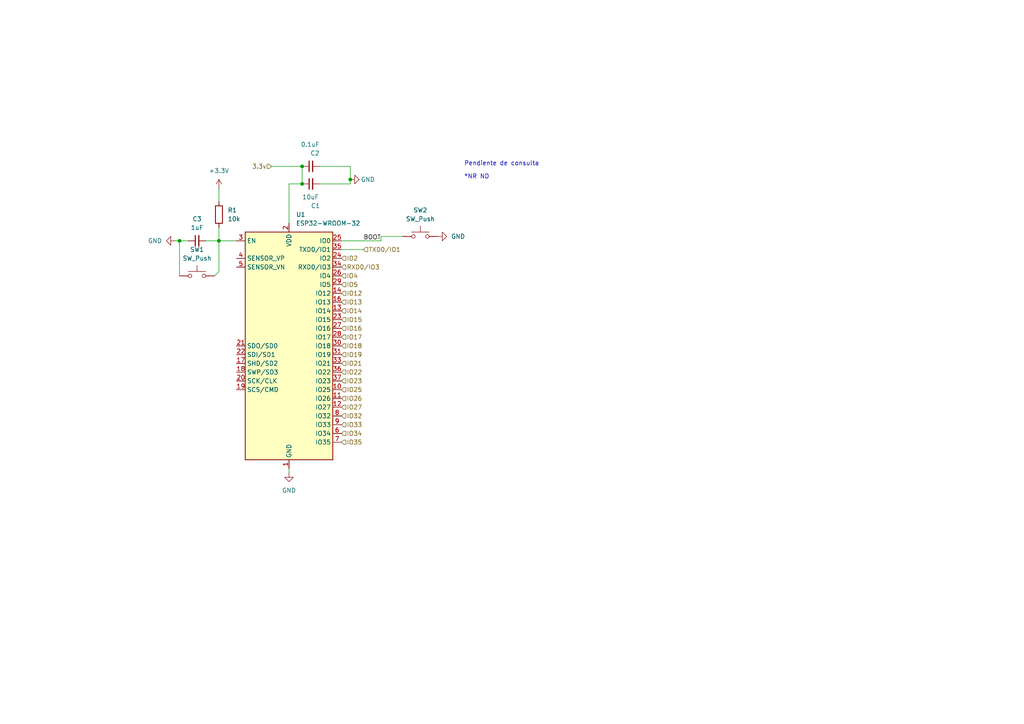
<source format=kicad_sch>
(kicad_sch (version 20211123) (generator eeschema)
  (paper "A4")
  (lib_symbols
    (symbol "Device:C_Small" (pin_numbers hide) (pin_names (offset 0.254) hide)
      (property "Reference" "C" (at 0.254 1.778 0))
      (property "Value" "C_Small" (at 0.254 -2.032 0))
      (symbol "C_Small_0_1"
        (polyline (pts (xy -1.524 -0.508) (xy 1.524 -0.508)) (stroke (width 0.3302)))
        (polyline (pts (xy -1.524 0.508) (xy 1.524 0.508)) (stroke (width 0.3048)))
      )
      (symbol "C_Small_1_1"
        (pin passive line (at 0 2.54 270) (length 2.032) (name "~") (number "1"))
        (pin passive line (at 0 -2.54 90) (length 2.032) (name "~") (number "2"))
      )
    )
    (symbol "Device:R" (pin_numbers hide) (pin_names (offset 0))
      (property "Reference" "R" (at 2.032 0 90))
      (property "Value" "R" (at 0 0 90))
      (symbol "R_0_1"
        (rectangle (start -1.016 -2.54) (end 1.016 2.54) (stroke (width 0.254)))
      )
      (symbol "R_1_1"
        (pin passive line (at 0 3.81 270) (length 1.27) (name "~") (number "1"))
        (pin passive line (at 0 -3.81 90) (length 1.27) (name "~") (number "2"))
      )
    )
    (symbol "RF_Module:ESP32-WROOM-32"
      (property "Reference" "U" (at -12.7 34.29 0))
      (property "Value" "ESP32-WROOM-32" (at 1.27 34.29 0))
      (symbol "ESP32-WROOM-32_0_1"
        (rectangle (start -12.7 33.02) (end 12.7 -33.02) (stroke (width 0.254)) (fill (type background)))
      )
      (symbol "ESP32-WROOM-32_1_1"
        (pin power_in line (at 0 -35.56 90) (length 2.54) (name "GND") (number "1"))
        (pin bidirectional line (at 15.24 -12.7 180) (length 2.54) (name "IO25") (number "10"))
        (pin bidirectional line (at 15.24 -15.24 180) (length 2.54) (name "IO26") (number "11"))
        (pin bidirectional line (at 15.24 -17.78 180) (length 2.54) (name "IO27") (number "12"))
        (pin bidirectional line (at 15.24 10.16 180) (length 2.54) (name "IO14") (number "13"))
        (pin bidirectional line (at 15.24 15.24 180) (length 2.54) (name "IO12") (number "14"))
        (pin passive line (at 0 -35.56 90) (length 2.54) hide (name "GND") (number "15"))
        (pin bidirectional line (at 15.24 12.7 180) (length 2.54) (name "IO13") (number "16"))
        (pin bidirectional line (at -15.24 -5.08 0) (length 2.54) (name "SHD/SD2") (number "17"))
        (pin bidirectional line (at -15.24 -7.62 0) (length 2.54) (name "SWP/SD3") (number "18"))
        (pin bidirectional line (at -15.24 -12.7 0) (length 2.54) (name "SCS/CMD") (number "19"))
        (pin power_in line (at 0 35.56 270) (length 2.54) (name "VDD") (number "2"))
        (pin bidirectional line (at -15.24 -10.16 0) (length 2.54) (name "SCK/CLK") (number "20"))
        (pin bidirectional line (at -15.24 0 0) (length 2.54) (name "SDO/SD0") (number "21"))
        (pin bidirectional line (at -15.24 -2.54 0) (length 2.54) (name "SDI/SD1") (number "22"))
        (pin bidirectional line (at 15.24 7.62 180) (length 2.54) (name "IO15") (number "23"))
        (pin bidirectional line (at 15.24 25.4 180) (length 2.54) (name "IO2") (number "24"))
        (pin bidirectional line (at 15.24 30.48 180) (length 2.54) (name "IO0") (number "25"))
        (pin bidirectional line (at 15.24 20.32 180) (length 2.54) (name "IO4") (number "26"))
        (pin bidirectional line (at 15.24 5.08 180) (length 2.54) (name "IO16") (number "27"))
        (pin bidirectional line (at 15.24 2.54 180) (length 2.54) (name "IO17") (number "28"))
        (pin bidirectional line (at 15.24 17.78 180) (length 2.54) (name "IO5") (number "29"))
        (pin input line (at -15.24 30.48 0) (length 2.54) (name "EN") (number "3"))
        (pin bidirectional line (at 15.24 0 180) (length 2.54) (name "IO18") (number "30"))
        (pin bidirectional line (at 15.24 -2.54 180) (length 2.54) (name "IO19") (number "31"))
        (pin no_connect line (at -12.7 -27.94 0) (length 2.54) hide (name "NC") (number "32"))
        (pin bidirectional line (at 15.24 -5.08 180) (length 2.54) (name "IO21") (number "33"))
        (pin bidirectional line (at 15.24 22.86 180) (length 2.54) (name "RXD0/IO3") (number "34"))
        (pin bidirectional line (at 15.24 27.94 180) (length 2.54) (name "TXD0/IO1") (number "35"))
        (pin bidirectional line (at 15.24 -7.62 180) (length 2.54) (name "IO22") (number "36"))
        (pin bidirectional line (at 15.24 -10.16 180) (length 2.54) (name "IO23") (number "37"))
        (pin passive line (at 0 -35.56 90) (length 2.54) hide (name "GND") (number "38"))
        (pin passive line (at 0 -35.56 90) (length 2.54) hide (name "GND") (number "39"))
        (pin input line (at -15.24 25.4 0) (length 2.54) (name "SENSOR_VP") (number "4"))
        (pin input line (at -15.24 22.86 0) (length 2.54) (name "SENSOR_VN") (number "5"))
        (pin input line (at 15.24 -25.4 180) (length 2.54) (name "IO34") (number "6"))
        (pin input line (at 15.24 -27.94 180) (length 2.54) (name "IO35") (number "7"))
        (pin bidirectional line (at 15.24 -20.32 180) (length 2.54) (name "IO32") (number "8"))
        (pin bidirectional line (at 15.24 -22.86 180) (length 2.54) (name "IO33") (number "9"))
      )
    )
    (symbol "Switch:SW_Push" (pin_numbers hide) (pin_names (offset 1.016) hide)
      (property "Reference" "SW" (at 1.27 2.54 0))
      (property "Value" "SW_Push" (at 0 -1.524 0))
      (symbol "SW_Push_0_1"
        (circle (center -2.032 0) (radius 0.508))
        (polyline (pts (xy 0 1.27) (xy 0 3.048)))
        (polyline (pts (xy 2.54 1.27) (xy -2.54 1.27)))
        (circle (center 2.032 0) (radius 0.508))
        (pin passive line (at -5.08 0 0) (length 2.54) (name "1") (number "1"))
        (pin passive line (at 5.08 0 180) (length 2.54) (name "2") (number "2"))
      )
    )
    (symbol "power:+3.3V" (power) (pin_names (offset 0))
      (property "Value" "+3.3V" (at 0 3.556 0))
      (symbol "+3.3V_0_1"
        (polyline (pts (xy -0.762 1.27) (xy 0 2.54)))
        (polyline (pts (xy 0 0) (xy 0 2.54)))
        (polyline (pts (xy 0 2.54) (xy 0.762 1.27)))
      )
      (symbol "+3.3V_1_1"
        (pin power_in line (at 0 0 90) (length 0) hide (name "+3.3V") (number "1"))
      )
    )
    (symbol "power:GND" (power) (pin_names (offset 0))
      (property "Value" "GND" (at 0 -3.81 0))
      (symbol "GND_0_1"
        (polyline (pts (xy 0 0) (xy 0 -1.27) (xy 1.27 -1.27) (xy 0 -2.54) (xy -1.27 -1.27) (xy 0 -1.27)))
      )
      (symbol "GND_1_1"
        (pin power_in line (at 0 0 270) (length 0) hide (name "GND") (number "1"))
      )
    )
  )
  (junction (at 87.63 48.26))
  (junction (at 87.63 53.34))
  (junction (at 63.5 69.85))
  (junction (at 52.07 69.85))
  (junction (at 101.6 52.07))
  (wire (pts (xy 92.71 53.34) (xy 101.6 53.34)))
  (wire (pts (xy 63.5 69.85) (xy 63.5 78.74)))
  (wire (pts (xy 105.41 72.39) (xy 99.06 72.39)))
  (wire (pts (xy 52.07 69.85) (xy 52.07 80.01)))
  (wire (pts (xy 63.5 78.74) (xy 62.23 80.01)))
  (wire (pts (xy 59.69 69.85) (xy 63.5 69.85)))
  (wire (pts (xy 87.63 53.34) (xy 87.63 48.26)))
  (wire (pts (xy 83.82 53.34) (xy 87.63 53.34)))
  (wire (pts (xy 52.07 69.85) (xy 54.61 69.85)))
  (wire (pts (xy 116.84 68.58) (xy 110.49 68.58)))
  (wire (pts (xy 63.5 54.61) (xy 63.5 58.42)))
  (wire (pts (xy 50.8 69.85) (xy 52.07 69.85)))
  (wire (pts (xy 110.49 68.58) (xy 110.49 69.85)))
  (wire (pts (xy 87.63 48.26) (xy 78.74 48.26)))
  (wire (pts (xy 92.71 48.26) (xy 101.6 48.26)))
  (wire (pts (xy 63.5 69.85) (xy 68.58 69.85)))
  (wire (pts (xy 101.6 53.34) (xy 101.6 52.07)))
  (wire (pts (xy 83.82 53.34) (xy 83.82 64.77)))
  (wire (pts (xy 63.5 66.04) (xy 63.5 69.85)))
  (wire (pts (xy 101.6 48.26) (xy 101.6 52.07)))
  (wire (pts (xy 83.82 137.16) (xy 83.82 135.89)))
  (wire (pts (xy 99.06 69.85) (xy 110.49 69.85)))
  (text "Pendiente de consulta" (at 134.62 48.26 0) (effects (font (size 1.27 1.27)) (justify left bottom)))
  (text "*NR ND" (at 134.62 52.07 0) (effects (font (size 1.27 1.27)) (justify left bottom)))
  (label "BOOT" (at 105.41 69.85 0))
  (hierarchical_label "IO27" (shape input) (at 99.06 118.11 0))
  (hierarchical_label "IO13" (shape input) (at 99.06 87.63 0))
  (hierarchical_label "3.3v" (shape input) (at 78.74 48.26 180))
  (hierarchical_label "IO35" (shape input) (at 99.06 128.27 0))
  (hierarchical_label "IO34" (shape input) (at 99.06 125.73 0))
  (hierarchical_label "IO12" (shape input) (at 99.06 85.09 0))
  (hierarchical_label "IO23" (shape input) (at 99.06 110.49 0))
  (hierarchical_label "IO17" (shape input) (at 99.06 97.79 0))
  (hierarchical_label "IO14" (shape input) (at 99.06 90.17 0))
  (hierarchical_label "IO21" (shape input) (at 99.06 105.41 0))
  (hierarchical_label "IO22" (shape input) (at 99.06 107.95 0))
  (hierarchical_label "IO26" (shape input) (at 99.06 115.57 0))
  (hierarchical_label "IO2" (shape input) (at 99.06 74.93 0))
  (hierarchical_label "IO15" (shape input) (at 99.06 92.71 0))
  (hierarchical_label "IO4" (shape input) (at 99.06 80.01 0))
  (hierarchical_label "IO32" (shape input) (at 99.06 120.65 0))
  (hierarchical_label "RXD0{slash}IO3" (shape input) (at 99.06 77.47 0))
  (hierarchical_label "IO25" (shape input) (at 99.06 113.03 0))
  (hierarchical_label "TXD0{slash}IO1" (shape input) (at 105.41 72.39 0))
  (hierarchical_label "IO33" (shape input) (at 99.06 123.19 0))
  (hierarchical_label "IO5" (shape input) (at 99.06 82.55 0))
  (hierarchical_label "IO19" (shape input) (at 99.06 102.87 0))
  (hierarchical_label "IO18" (shape input) (at 99.06 100.33 0))
  (hierarchical_label "IO16" (shape input) (at 99.06 95.25 0))
  (symbol (lib_id "power:GND") (at 50.8 69.85 270) (unit 1)
    (property "Reference" "#PWR?" (effects hide))
    (property "Value" "GND" (at 46.99 69.8499 90) (effects (justify right)))
  )
  (symbol (lib_id "power:GND") (at 83.82 137.16 0) (unit 1)
    (property "Reference" "#PWR0103" (effects hide))
    (property "Value" "GND" (at 83.82 142.24 0))
  )
  (symbol (lib_id "Device:C_Small") (at 90.17 48.26 90) (unit 1)
    (property "Reference" "C2" (at 92.71 44.4438 90) (effects (justify left)))
    (property "Value" "0.1uF" (at 92.71 41.9038 90) (effects (justify left)))
    (property "Footprint" "Capacitor_SMD:C_0603_1608Metric_Pad1.08x0.95mm_HandSolder" (effects hide))
  )
  (symbol (lib_id "Device:C_Small") (at 90.17 53.34 90) (mirror x) (unit 1)
    (property "Reference" "C1" (at 90.17 59.69 90) (effects (justify right)))
    (property "Value" "10uF" (at 87.63 57.15 90) (effects (justify right)))
    (property "Footprint" "Capacitor_SMD:C_0603_1608Metric_Pad1.08x0.95mm_HandSolder" (effects hide))
  )
  (symbol (lib_id "RF_Module:ESP32-WROOM-32") (at 83.82 100.33 0) (unit 1)
    (property "Reference" "U1" (at 85.8394 62.23 0) (effects (justify left)))
    (property "Value" "ESP32-WROOM-32" (at 85.8394 64.77 0) (effects (justify left)))
    (property "Footprint" "RF_Module:ESP32-WROOM-32" (effects hide))
    (property "Datasheet" "https://www.espressif.com/sites/default/files/documentation/esp32-wroom-32_datasheet_en.pdf" (effects hide))
  )
  (symbol (lib_id "power:+3.3V") (at 63.5 54.61 0) (unit 1)
    (property "Reference" "#PWR0102" (effects hide))
    (property "Value" "+3.3V" (at 63.5 49.53 0))
  )
  (symbol (lib_id "Switch:SW_Push") (at 121.92 68.58 0) (unit 1)
    (property "Reference" "SW2" (at 121.92 60.96 0))
    (property "Value" "SW_Push" (at 121.92 63.5 0))
  )
  (symbol (lib_id "power:GND") (at 127 68.58 90) (unit 1)
    (property "Reference" "#PWR?" (effects hide))
    (property "Value" "GND" (at 130.81 68.5799 90) (effects (justify right)))
  )
  (symbol (lib_id "Device:R") (at 63.5 62.23 0) (unit 1)
    (property "Reference" "R1" (at 66.04 60.9599 0) (effects (justify left)))
    (property "Value" "10k" (at 66.04 63.4999 0) (effects (justify left)))
    (property "Footprint" "Resistor_SMD:R_0603_1608Metric_Pad0.98x0.95mm_HandSolder" (effects hide))
  )
  (symbol (lib_id "power:GND") (at 101.6 52.07 90) (unit 1)
    (property "Reference" "#PWR0105" (effects hide))
    (property "Value" "GND" (at 106.68 52.07 90))
  )
  (symbol (lib_id "Switch:SW_Push") (at 57.15 80.01 0) (unit 1)
    (property "Reference" "SW1" (at 57.15 72.39 0))
    (property "Value" "SW_Push" (at 57.15 74.93 0))
  )
  (symbol (lib_id "Device:C_Small") (at 57.15 69.85 90) (unit 1)
    (property "Reference" "C3" (at 57.1563 63.5 90))
    (property "Value" "1uF" (at 57.1563 66.04 90))
    (property "Footprint" "Capacitor_SMD:C_0603_1608Metric_Pad1.08x0.95mm_HandSolder" (effects hide))
  )
)
</source>
